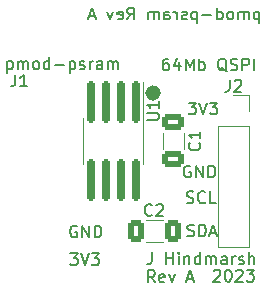
<source format=gto>
G04 #@! TF.GenerationSoftware,KiCad,Pcbnew,7.0.7*
G04 #@! TF.CreationDate,2023-09-08T00:57:33+01:00*
G04 #@! TF.ProjectId,psram-pmod,70737261-6d2d-4706-9d6f-642e6b696361,A*
G04 #@! TF.SameCoordinates,Original*
G04 #@! TF.FileFunction,Legend,Top*
G04 #@! TF.FilePolarity,Positive*
%FSLAX46Y46*%
G04 Gerber Fmt 4.6, Leading zero omitted, Abs format (unit mm)*
G04 Created by KiCad (PCBNEW 7.0.7) date 2023-09-08 00:57:33*
%MOMM*%
%LPD*%
G01*
G04 APERTURE LIST*
G04 Aperture macros list*
%AMRoundRect*
0 Rectangle with rounded corners*
0 $1 Rounding radius*
0 $2 $3 $4 $5 $6 $7 $8 $9 X,Y pos of 4 corners*
0 Add a 4 corners polygon primitive as box body*
4,1,4,$2,$3,$4,$5,$6,$7,$8,$9,$2,$3,0*
0 Add four circle primitives for the rounded corners*
1,1,$1+$1,$2,$3*
1,1,$1+$1,$4,$5*
1,1,$1+$1,$6,$7*
1,1,$1+$1,$8,$9*
0 Add four rect primitives between the rounded corners*
20,1,$1+$1,$2,$3,$4,$5,0*
20,1,$1+$1,$4,$5,$6,$7,0*
20,1,$1+$1,$6,$7,$8,$9,0*
20,1,$1+$1,$8,$9,$2,$3,0*%
G04 Aperture macros list end*
%ADD10C,0.153000*%
%ADD11C,0.640186*%
%ADD12C,0.120000*%
%ADD13O,1.700000X1.700000*%
%ADD14R,1.700000X1.700000*%
%ADD15RoundRect,0.250000X-0.650000X0.412500X-0.650000X-0.412500X0.650000X-0.412500X0.650000X0.412500X0*%
%ADD16RoundRect,0.150000X-0.150000X1.640000X-0.150000X-1.640000X0.150000X-1.640000X0.150000X1.640000X0*%
%ADD17RoundRect,0.250000X-0.412500X-0.650000X0.412500X-0.650000X0.412500X0.650000X-0.412500X0.650000X0*%
G04 APERTURE END LIST*
D10*
X85933305Y-71760683D02*
X85742829Y-71760683D01*
X85742829Y-71760683D02*
X85647591Y-71808302D01*
X85647591Y-71808302D02*
X85599972Y-71855921D01*
X85599972Y-71855921D02*
X85504734Y-71998778D01*
X85504734Y-71998778D02*
X85457115Y-72189254D01*
X85457115Y-72189254D02*
X85457115Y-72570206D01*
X85457115Y-72570206D02*
X85504734Y-72665444D01*
X85504734Y-72665444D02*
X85552353Y-72713064D01*
X85552353Y-72713064D02*
X85647591Y-72760683D01*
X85647591Y-72760683D02*
X85838067Y-72760683D01*
X85838067Y-72760683D02*
X85933305Y-72713064D01*
X85933305Y-72713064D02*
X85980924Y-72665444D01*
X85980924Y-72665444D02*
X86028543Y-72570206D01*
X86028543Y-72570206D02*
X86028543Y-72332111D01*
X86028543Y-72332111D02*
X85980924Y-72236873D01*
X85980924Y-72236873D02*
X85933305Y-72189254D01*
X85933305Y-72189254D02*
X85838067Y-72141635D01*
X85838067Y-72141635D02*
X85647591Y-72141635D01*
X85647591Y-72141635D02*
X85552353Y-72189254D01*
X85552353Y-72189254D02*
X85504734Y-72236873D01*
X85504734Y-72236873D02*
X85457115Y-72332111D01*
X86885686Y-72094016D02*
X86885686Y-72760683D01*
X86647591Y-71713064D02*
X86409496Y-72427349D01*
X86409496Y-72427349D02*
X87028543Y-72427349D01*
X87409496Y-72760683D02*
X87409496Y-71760683D01*
X87409496Y-71760683D02*
X87742829Y-72474968D01*
X87742829Y-72474968D02*
X88076162Y-71760683D01*
X88076162Y-71760683D02*
X88076162Y-72760683D01*
X88552353Y-72760683D02*
X88552353Y-71760683D01*
X88552353Y-72141635D02*
X88647591Y-72094016D01*
X88647591Y-72094016D02*
X88838067Y-72094016D01*
X88838067Y-72094016D02*
X88933305Y-72141635D01*
X88933305Y-72141635D02*
X88980924Y-72189254D01*
X88980924Y-72189254D02*
X89028543Y-72284492D01*
X89028543Y-72284492D02*
X89028543Y-72570206D01*
X89028543Y-72570206D02*
X88980924Y-72665444D01*
X88980924Y-72665444D02*
X88933305Y-72713064D01*
X88933305Y-72713064D02*
X88838067Y-72760683D01*
X88838067Y-72760683D02*
X88647591Y-72760683D01*
X88647591Y-72760683D02*
X88552353Y-72713064D01*
X90885686Y-72855921D02*
X90790448Y-72808302D01*
X90790448Y-72808302D02*
X90695210Y-72713064D01*
X90695210Y-72713064D02*
X90552353Y-72570206D01*
X90552353Y-72570206D02*
X90457115Y-72522587D01*
X90457115Y-72522587D02*
X90361877Y-72522587D01*
X90409496Y-72760683D02*
X90314258Y-72713064D01*
X90314258Y-72713064D02*
X90219020Y-72617825D01*
X90219020Y-72617825D02*
X90171401Y-72427349D01*
X90171401Y-72427349D02*
X90171401Y-72094016D01*
X90171401Y-72094016D02*
X90219020Y-71903540D01*
X90219020Y-71903540D02*
X90314258Y-71808302D01*
X90314258Y-71808302D02*
X90409496Y-71760683D01*
X90409496Y-71760683D02*
X90599972Y-71760683D01*
X90599972Y-71760683D02*
X90695210Y-71808302D01*
X90695210Y-71808302D02*
X90790448Y-71903540D01*
X90790448Y-71903540D02*
X90838067Y-72094016D01*
X90838067Y-72094016D02*
X90838067Y-72427349D01*
X90838067Y-72427349D02*
X90790448Y-72617825D01*
X90790448Y-72617825D02*
X90695210Y-72713064D01*
X90695210Y-72713064D02*
X90599972Y-72760683D01*
X90599972Y-72760683D02*
X90409496Y-72760683D01*
X91219020Y-72713064D02*
X91361877Y-72760683D01*
X91361877Y-72760683D02*
X91599972Y-72760683D01*
X91599972Y-72760683D02*
X91695210Y-72713064D01*
X91695210Y-72713064D02*
X91742829Y-72665444D01*
X91742829Y-72665444D02*
X91790448Y-72570206D01*
X91790448Y-72570206D02*
X91790448Y-72474968D01*
X91790448Y-72474968D02*
X91742829Y-72379730D01*
X91742829Y-72379730D02*
X91695210Y-72332111D01*
X91695210Y-72332111D02*
X91599972Y-72284492D01*
X91599972Y-72284492D02*
X91409496Y-72236873D01*
X91409496Y-72236873D02*
X91314258Y-72189254D01*
X91314258Y-72189254D02*
X91266639Y-72141635D01*
X91266639Y-72141635D02*
X91219020Y-72046397D01*
X91219020Y-72046397D02*
X91219020Y-71951159D01*
X91219020Y-71951159D02*
X91266639Y-71855921D01*
X91266639Y-71855921D02*
X91314258Y-71808302D01*
X91314258Y-71808302D02*
X91409496Y-71760683D01*
X91409496Y-71760683D02*
X91647591Y-71760683D01*
X91647591Y-71760683D02*
X91790448Y-71808302D01*
X92219020Y-72760683D02*
X92219020Y-71760683D01*
X92219020Y-71760683D02*
X92599972Y-71760683D01*
X92599972Y-71760683D02*
X92695210Y-71808302D01*
X92695210Y-71808302D02*
X92742829Y-71855921D01*
X92742829Y-71855921D02*
X92790448Y-71951159D01*
X92790448Y-71951159D02*
X92790448Y-72094016D01*
X92790448Y-72094016D02*
X92742829Y-72189254D01*
X92742829Y-72189254D02*
X92695210Y-72236873D01*
X92695210Y-72236873D02*
X92599972Y-72284492D01*
X92599972Y-72284492D02*
X92219020Y-72284492D01*
X93219020Y-72760683D02*
X93219020Y-71760683D01*
X84801932Y-90697932D02*
X84468599Y-90221741D01*
X84230504Y-90697932D02*
X84230504Y-89697932D01*
X84230504Y-89697932D02*
X84611456Y-89697932D01*
X84611456Y-89697932D02*
X84706694Y-89745551D01*
X84706694Y-89745551D02*
X84754313Y-89793170D01*
X84754313Y-89793170D02*
X84801932Y-89888408D01*
X84801932Y-89888408D02*
X84801932Y-90031265D01*
X84801932Y-90031265D02*
X84754313Y-90126503D01*
X84754313Y-90126503D02*
X84706694Y-90174122D01*
X84706694Y-90174122D02*
X84611456Y-90221741D01*
X84611456Y-90221741D02*
X84230504Y-90221741D01*
X85611456Y-90650313D02*
X85516218Y-90697932D01*
X85516218Y-90697932D02*
X85325742Y-90697932D01*
X85325742Y-90697932D02*
X85230504Y-90650313D01*
X85230504Y-90650313D02*
X85182885Y-90555074D01*
X85182885Y-90555074D02*
X85182885Y-90174122D01*
X85182885Y-90174122D02*
X85230504Y-90078884D01*
X85230504Y-90078884D02*
X85325742Y-90031265D01*
X85325742Y-90031265D02*
X85516218Y-90031265D01*
X85516218Y-90031265D02*
X85611456Y-90078884D01*
X85611456Y-90078884D02*
X85659075Y-90174122D01*
X85659075Y-90174122D02*
X85659075Y-90269360D01*
X85659075Y-90269360D02*
X85182885Y-90364598D01*
X85992409Y-90031265D02*
X86230504Y-90697932D01*
X86230504Y-90697932D02*
X86468599Y-90031265D01*
X87563838Y-90412217D02*
X88040028Y-90412217D01*
X87468600Y-90697932D02*
X87801933Y-89697932D01*
X87801933Y-89697932D02*
X88135266Y-90697932D01*
X89769897Y-89744161D02*
X89817516Y-89696542D01*
X89817516Y-89696542D02*
X89912754Y-89648923D01*
X89912754Y-89648923D02*
X90150849Y-89648923D01*
X90150849Y-89648923D02*
X90246087Y-89696542D01*
X90246087Y-89696542D02*
X90293706Y-89744161D01*
X90293706Y-89744161D02*
X90341325Y-89839399D01*
X90341325Y-89839399D02*
X90341325Y-89934637D01*
X90341325Y-89934637D02*
X90293706Y-90077494D01*
X90293706Y-90077494D02*
X89722278Y-90648923D01*
X89722278Y-90648923D02*
X90341325Y-90648923D01*
X90960373Y-89648923D02*
X91055611Y-89648923D01*
X91055611Y-89648923D02*
X91150849Y-89696542D01*
X91150849Y-89696542D02*
X91198468Y-89744161D01*
X91198468Y-89744161D02*
X91246087Y-89839399D01*
X91246087Y-89839399D02*
X91293706Y-90029875D01*
X91293706Y-90029875D02*
X91293706Y-90267970D01*
X91293706Y-90267970D02*
X91246087Y-90458446D01*
X91246087Y-90458446D02*
X91198468Y-90553684D01*
X91198468Y-90553684D02*
X91150849Y-90601304D01*
X91150849Y-90601304D02*
X91055611Y-90648923D01*
X91055611Y-90648923D02*
X90960373Y-90648923D01*
X90960373Y-90648923D02*
X90865135Y-90601304D01*
X90865135Y-90601304D02*
X90817516Y-90553684D01*
X90817516Y-90553684D02*
X90769897Y-90458446D01*
X90769897Y-90458446D02*
X90722278Y-90267970D01*
X90722278Y-90267970D02*
X90722278Y-90029875D01*
X90722278Y-90029875D02*
X90769897Y-89839399D01*
X90769897Y-89839399D02*
X90817516Y-89744161D01*
X90817516Y-89744161D02*
X90865135Y-89696542D01*
X90865135Y-89696542D02*
X90960373Y-89648923D01*
X91674659Y-89744161D02*
X91722278Y-89696542D01*
X91722278Y-89696542D02*
X91817516Y-89648923D01*
X91817516Y-89648923D02*
X92055611Y-89648923D01*
X92055611Y-89648923D02*
X92150849Y-89696542D01*
X92150849Y-89696542D02*
X92198468Y-89744161D01*
X92198468Y-89744161D02*
X92246087Y-89839399D01*
X92246087Y-89839399D02*
X92246087Y-89934637D01*
X92246087Y-89934637D02*
X92198468Y-90077494D01*
X92198468Y-90077494D02*
X91627040Y-90648923D01*
X91627040Y-90648923D02*
X92246087Y-90648923D01*
X92579421Y-89648923D02*
X93198468Y-89648923D01*
X93198468Y-89648923D02*
X92865135Y-90029875D01*
X92865135Y-90029875D02*
X93007992Y-90029875D01*
X93007992Y-90029875D02*
X93103230Y-90077494D01*
X93103230Y-90077494D02*
X93150849Y-90125113D01*
X93150849Y-90125113D02*
X93198468Y-90220351D01*
X93198468Y-90220351D02*
X93198468Y-90458446D01*
X93198468Y-90458446D02*
X93150849Y-90553684D01*
X93150849Y-90553684D02*
X93103230Y-90601304D01*
X93103230Y-90601304D02*
X93007992Y-90648923D01*
X93007992Y-90648923D02*
X92722278Y-90648923D01*
X92722278Y-90648923D02*
X92627040Y-90601304D01*
X92627040Y-90601304D02*
X92579421Y-90553684D01*
X84540722Y-88178657D02*
X84540722Y-88892942D01*
X84540722Y-88892942D02*
X84493103Y-89035799D01*
X84493103Y-89035799D02*
X84397865Y-89131038D01*
X84397865Y-89131038D02*
X84255008Y-89178657D01*
X84255008Y-89178657D02*
X84159770Y-89178657D01*
X85778818Y-89178657D02*
X85778818Y-88178657D01*
X85778818Y-88654847D02*
X86350246Y-88654847D01*
X86350246Y-89178657D02*
X86350246Y-88178657D01*
X86826437Y-89178657D02*
X86826437Y-88511990D01*
X86826437Y-88178657D02*
X86778818Y-88226276D01*
X86778818Y-88226276D02*
X86826437Y-88273895D01*
X86826437Y-88273895D02*
X86874056Y-88226276D01*
X86874056Y-88226276D02*
X86826437Y-88178657D01*
X86826437Y-88178657D02*
X86826437Y-88273895D01*
X87302627Y-88511990D02*
X87302627Y-89178657D01*
X87302627Y-88607228D02*
X87350246Y-88559609D01*
X87350246Y-88559609D02*
X87445484Y-88511990D01*
X87445484Y-88511990D02*
X87588341Y-88511990D01*
X87588341Y-88511990D02*
X87683579Y-88559609D01*
X87683579Y-88559609D02*
X87731198Y-88654847D01*
X87731198Y-88654847D02*
X87731198Y-89178657D01*
X88635960Y-89178657D02*
X88635960Y-88178657D01*
X88635960Y-89131038D02*
X88540722Y-89178657D01*
X88540722Y-89178657D02*
X88350246Y-89178657D01*
X88350246Y-89178657D02*
X88255008Y-89131038D01*
X88255008Y-89131038D02*
X88207389Y-89083418D01*
X88207389Y-89083418D02*
X88159770Y-88988180D01*
X88159770Y-88988180D02*
X88159770Y-88702466D01*
X88159770Y-88702466D02*
X88207389Y-88607228D01*
X88207389Y-88607228D02*
X88255008Y-88559609D01*
X88255008Y-88559609D02*
X88350246Y-88511990D01*
X88350246Y-88511990D02*
X88540722Y-88511990D01*
X88540722Y-88511990D02*
X88635960Y-88559609D01*
X89112151Y-89178657D02*
X89112151Y-88511990D01*
X89112151Y-88607228D02*
X89159770Y-88559609D01*
X89159770Y-88559609D02*
X89255008Y-88511990D01*
X89255008Y-88511990D02*
X89397865Y-88511990D01*
X89397865Y-88511990D02*
X89493103Y-88559609D01*
X89493103Y-88559609D02*
X89540722Y-88654847D01*
X89540722Y-88654847D02*
X89540722Y-89178657D01*
X89540722Y-88654847D02*
X89588341Y-88559609D01*
X89588341Y-88559609D02*
X89683579Y-88511990D01*
X89683579Y-88511990D02*
X89826436Y-88511990D01*
X89826436Y-88511990D02*
X89921675Y-88559609D01*
X89921675Y-88559609D02*
X89969294Y-88654847D01*
X89969294Y-88654847D02*
X89969294Y-89178657D01*
X90874055Y-89178657D02*
X90874055Y-88654847D01*
X90874055Y-88654847D02*
X90826436Y-88559609D01*
X90826436Y-88559609D02*
X90731198Y-88511990D01*
X90731198Y-88511990D02*
X90540722Y-88511990D01*
X90540722Y-88511990D02*
X90445484Y-88559609D01*
X90874055Y-89131038D02*
X90778817Y-89178657D01*
X90778817Y-89178657D02*
X90540722Y-89178657D01*
X90540722Y-89178657D02*
X90445484Y-89131038D01*
X90445484Y-89131038D02*
X90397865Y-89035799D01*
X90397865Y-89035799D02*
X90397865Y-88940561D01*
X90397865Y-88940561D02*
X90445484Y-88845323D01*
X90445484Y-88845323D02*
X90540722Y-88797704D01*
X90540722Y-88797704D02*
X90778817Y-88797704D01*
X90778817Y-88797704D02*
X90874055Y-88750085D01*
X91350246Y-89178657D02*
X91350246Y-88511990D01*
X91350246Y-88702466D02*
X91397865Y-88607228D01*
X91397865Y-88607228D02*
X91445484Y-88559609D01*
X91445484Y-88559609D02*
X91540722Y-88511990D01*
X91540722Y-88511990D02*
X91635960Y-88511990D01*
X91921675Y-89131038D02*
X92016913Y-89178657D01*
X92016913Y-89178657D02*
X92207389Y-89178657D01*
X92207389Y-89178657D02*
X92302627Y-89131038D01*
X92302627Y-89131038D02*
X92350246Y-89035799D01*
X92350246Y-89035799D02*
X92350246Y-88988180D01*
X92350246Y-88988180D02*
X92302627Y-88892942D01*
X92302627Y-88892942D02*
X92207389Y-88845323D01*
X92207389Y-88845323D02*
X92064532Y-88845323D01*
X92064532Y-88845323D02*
X91969294Y-88797704D01*
X91969294Y-88797704D02*
X91921675Y-88702466D01*
X91921675Y-88702466D02*
X91921675Y-88654847D01*
X91921675Y-88654847D02*
X91969294Y-88559609D01*
X91969294Y-88559609D02*
X92064532Y-88511990D01*
X92064532Y-88511990D02*
X92207389Y-88511990D01*
X92207389Y-88511990D02*
X92302627Y-88559609D01*
X92778818Y-89178657D02*
X92778818Y-88178657D01*
X93207389Y-89178657D02*
X93207389Y-88654847D01*
X93207389Y-88654847D02*
X93159770Y-88559609D01*
X93159770Y-88559609D02*
X93064532Y-88511990D01*
X93064532Y-88511990D02*
X92921675Y-88511990D01*
X92921675Y-88511990D02*
X92826437Y-88559609D01*
X92826437Y-88559609D02*
X92778818Y-88607228D01*
D11*
X84971482Y-74679844D02*
G75*
G03*
X84971482Y-74679844I-320093J0D01*
G01*
D10*
X87663905Y-75485357D02*
X88282952Y-75485357D01*
X88282952Y-75485357D02*
X87949619Y-75866309D01*
X87949619Y-75866309D02*
X88092476Y-75866309D01*
X88092476Y-75866309D02*
X88187714Y-75913928D01*
X88187714Y-75913928D02*
X88235333Y-75961547D01*
X88235333Y-75961547D02*
X88282952Y-76056785D01*
X88282952Y-76056785D02*
X88282952Y-76294880D01*
X88282952Y-76294880D02*
X88235333Y-76390118D01*
X88235333Y-76390118D02*
X88187714Y-76437738D01*
X88187714Y-76437738D02*
X88092476Y-76485357D01*
X88092476Y-76485357D02*
X87806762Y-76485357D01*
X87806762Y-76485357D02*
X87711524Y-76437738D01*
X87711524Y-76437738D02*
X87663905Y-76390118D01*
X88568667Y-75485357D02*
X88902000Y-76485357D01*
X88902000Y-76485357D02*
X89235333Y-75485357D01*
X89473429Y-75485357D02*
X90092476Y-75485357D01*
X90092476Y-75485357D02*
X89759143Y-75866309D01*
X89759143Y-75866309D02*
X89902000Y-75866309D01*
X89902000Y-75866309D02*
X89997238Y-75913928D01*
X89997238Y-75913928D02*
X90044857Y-75961547D01*
X90044857Y-75961547D02*
X90092476Y-76056785D01*
X90092476Y-76056785D02*
X90092476Y-76294880D01*
X90092476Y-76294880D02*
X90044857Y-76390118D01*
X90044857Y-76390118D02*
X89997238Y-76437738D01*
X89997238Y-76437738D02*
X89902000Y-76485357D01*
X89902000Y-76485357D02*
X89616286Y-76485357D01*
X89616286Y-76485357D02*
X89521048Y-76437738D01*
X89521048Y-76437738D02*
X89473429Y-76390118D01*
X87817367Y-80874944D02*
X87722129Y-80827325D01*
X87722129Y-80827325D02*
X87579272Y-80827325D01*
X87579272Y-80827325D02*
X87436415Y-80874944D01*
X87436415Y-80874944D02*
X87341177Y-80970182D01*
X87341177Y-80970182D02*
X87293558Y-81065420D01*
X87293558Y-81065420D02*
X87245939Y-81255896D01*
X87245939Y-81255896D02*
X87245939Y-81398753D01*
X87245939Y-81398753D02*
X87293558Y-81589229D01*
X87293558Y-81589229D02*
X87341177Y-81684467D01*
X87341177Y-81684467D02*
X87436415Y-81779706D01*
X87436415Y-81779706D02*
X87579272Y-81827325D01*
X87579272Y-81827325D02*
X87674510Y-81827325D01*
X87674510Y-81827325D02*
X87817367Y-81779706D01*
X87817367Y-81779706D02*
X87864986Y-81732086D01*
X87864986Y-81732086D02*
X87864986Y-81398753D01*
X87864986Y-81398753D02*
X87674510Y-81398753D01*
X88293558Y-81827325D02*
X88293558Y-80827325D01*
X88293558Y-80827325D02*
X88864986Y-81827325D01*
X88864986Y-81827325D02*
X88864986Y-80827325D01*
X89341177Y-81827325D02*
X89341177Y-80827325D01*
X89341177Y-80827325D02*
X89579272Y-80827325D01*
X89579272Y-80827325D02*
X89722129Y-80874944D01*
X89722129Y-80874944D02*
X89817367Y-80970182D01*
X89817367Y-80970182D02*
X89864986Y-81065420D01*
X89864986Y-81065420D02*
X89912605Y-81255896D01*
X89912605Y-81255896D02*
X89912605Y-81398753D01*
X89912605Y-81398753D02*
X89864986Y-81589229D01*
X89864986Y-81589229D02*
X89817367Y-81684467D01*
X89817367Y-81684467D02*
X89722129Y-81779706D01*
X89722129Y-81779706D02*
X89579272Y-81827325D01*
X89579272Y-81827325D02*
X89341177Y-81827325D01*
X87564497Y-86778612D02*
X87707354Y-86826231D01*
X87707354Y-86826231D02*
X87945449Y-86826231D01*
X87945449Y-86826231D02*
X88040687Y-86778612D01*
X88040687Y-86778612D02*
X88088306Y-86730992D01*
X88088306Y-86730992D02*
X88135925Y-86635754D01*
X88135925Y-86635754D02*
X88135925Y-86540516D01*
X88135925Y-86540516D02*
X88088306Y-86445278D01*
X88088306Y-86445278D02*
X88040687Y-86397659D01*
X88040687Y-86397659D02*
X87945449Y-86350040D01*
X87945449Y-86350040D02*
X87754973Y-86302421D01*
X87754973Y-86302421D02*
X87659735Y-86254802D01*
X87659735Y-86254802D02*
X87612116Y-86207183D01*
X87612116Y-86207183D02*
X87564497Y-86111945D01*
X87564497Y-86111945D02*
X87564497Y-86016707D01*
X87564497Y-86016707D02*
X87612116Y-85921469D01*
X87612116Y-85921469D02*
X87659735Y-85873850D01*
X87659735Y-85873850D02*
X87754973Y-85826231D01*
X87754973Y-85826231D02*
X87993068Y-85826231D01*
X87993068Y-85826231D02*
X88135925Y-85873850D01*
X88564497Y-86826231D02*
X88564497Y-85826231D01*
X88564497Y-85826231D02*
X88802592Y-85826231D01*
X88802592Y-85826231D02*
X88945449Y-85873850D01*
X88945449Y-85873850D02*
X89040687Y-85969088D01*
X89040687Y-85969088D02*
X89088306Y-86064326D01*
X89088306Y-86064326D02*
X89135925Y-86254802D01*
X89135925Y-86254802D02*
X89135925Y-86397659D01*
X89135925Y-86397659D02*
X89088306Y-86588135D01*
X89088306Y-86588135D02*
X89040687Y-86683373D01*
X89040687Y-86683373D02*
X88945449Y-86778612D01*
X88945449Y-86778612D02*
X88802592Y-86826231D01*
X88802592Y-86826231D02*
X88564497Y-86826231D01*
X89516878Y-86540516D02*
X89993068Y-86540516D01*
X89421640Y-86826231D02*
X89754973Y-85826231D01*
X89754973Y-85826231D02*
X90088306Y-86826231D01*
X87490984Y-83960601D02*
X87633841Y-84008220D01*
X87633841Y-84008220D02*
X87871936Y-84008220D01*
X87871936Y-84008220D02*
X87967174Y-83960601D01*
X87967174Y-83960601D02*
X88014793Y-83912981D01*
X88014793Y-83912981D02*
X88062412Y-83817743D01*
X88062412Y-83817743D02*
X88062412Y-83722505D01*
X88062412Y-83722505D02*
X88014793Y-83627267D01*
X88014793Y-83627267D02*
X87967174Y-83579648D01*
X87967174Y-83579648D02*
X87871936Y-83532029D01*
X87871936Y-83532029D02*
X87681460Y-83484410D01*
X87681460Y-83484410D02*
X87586222Y-83436791D01*
X87586222Y-83436791D02*
X87538603Y-83389172D01*
X87538603Y-83389172D02*
X87490984Y-83293934D01*
X87490984Y-83293934D02*
X87490984Y-83198696D01*
X87490984Y-83198696D02*
X87538603Y-83103458D01*
X87538603Y-83103458D02*
X87586222Y-83055839D01*
X87586222Y-83055839D02*
X87681460Y-83008220D01*
X87681460Y-83008220D02*
X87919555Y-83008220D01*
X87919555Y-83008220D02*
X88062412Y-83055839D01*
X89062412Y-83912981D02*
X89014793Y-83960601D01*
X89014793Y-83960601D02*
X88871936Y-84008220D01*
X88871936Y-84008220D02*
X88776698Y-84008220D01*
X88776698Y-84008220D02*
X88633841Y-83960601D01*
X88633841Y-83960601D02*
X88538603Y-83865362D01*
X88538603Y-83865362D02*
X88490984Y-83770124D01*
X88490984Y-83770124D02*
X88443365Y-83579648D01*
X88443365Y-83579648D02*
X88443365Y-83436791D01*
X88443365Y-83436791D02*
X88490984Y-83246315D01*
X88490984Y-83246315D02*
X88538603Y-83151077D01*
X88538603Y-83151077D02*
X88633841Y-83055839D01*
X88633841Y-83055839D02*
X88776698Y-83008220D01*
X88776698Y-83008220D02*
X88871936Y-83008220D01*
X88871936Y-83008220D02*
X89014793Y-83055839D01*
X89014793Y-83055839D02*
X89062412Y-83103458D01*
X89967174Y-84008220D02*
X89490984Y-84008220D01*
X89490984Y-84008220D02*
X89490984Y-83008220D01*
X77641589Y-88252170D02*
X78260636Y-88252170D01*
X78260636Y-88252170D02*
X77927303Y-88633122D01*
X77927303Y-88633122D02*
X78070160Y-88633122D01*
X78070160Y-88633122D02*
X78165398Y-88680741D01*
X78165398Y-88680741D02*
X78213017Y-88728360D01*
X78213017Y-88728360D02*
X78260636Y-88823598D01*
X78260636Y-88823598D02*
X78260636Y-89061693D01*
X78260636Y-89061693D02*
X78213017Y-89156931D01*
X78213017Y-89156931D02*
X78165398Y-89204551D01*
X78165398Y-89204551D02*
X78070160Y-89252170D01*
X78070160Y-89252170D02*
X77784446Y-89252170D01*
X77784446Y-89252170D02*
X77689208Y-89204551D01*
X77689208Y-89204551D02*
X77641589Y-89156931D01*
X78546351Y-88252170D02*
X78879684Y-89252170D01*
X78879684Y-89252170D02*
X79213017Y-88252170D01*
X79451113Y-88252170D02*
X80070160Y-88252170D01*
X80070160Y-88252170D02*
X79736827Y-88633122D01*
X79736827Y-88633122D02*
X79879684Y-88633122D01*
X79879684Y-88633122D02*
X79974922Y-88680741D01*
X79974922Y-88680741D02*
X80022541Y-88728360D01*
X80022541Y-88728360D02*
X80070160Y-88823598D01*
X80070160Y-88823598D02*
X80070160Y-89061693D01*
X80070160Y-89061693D02*
X80022541Y-89156931D01*
X80022541Y-89156931D02*
X79974922Y-89204551D01*
X79974922Y-89204551D02*
X79879684Y-89252170D01*
X79879684Y-89252170D02*
X79593970Y-89252170D01*
X79593970Y-89252170D02*
X79498732Y-89204551D01*
X79498732Y-89204551D02*
X79451113Y-89156931D01*
X78187123Y-85947363D02*
X78091885Y-85899744D01*
X78091885Y-85899744D02*
X77949028Y-85899744D01*
X77949028Y-85899744D02*
X77806171Y-85947363D01*
X77806171Y-85947363D02*
X77710933Y-86042601D01*
X77710933Y-86042601D02*
X77663314Y-86137839D01*
X77663314Y-86137839D02*
X77615695Y-86328315D01*
X77615695Y-86328315D02*
X77615695Y-86471172D01*
X77615695Y-86471172D02*
X77663314Y-86661648D01*
X77663314Y-86661648D02*
X77710933Y-86756886D01*
X77710933Y-86756886D02*
X77806171Y-86852125D01*
X77806171Y-86852125D02*
X77949028Y-86899744D01*
X77949028Y-86899744D02*
X78044266Y-86899744D01*
X78044266Y-86899744D02*
X78187123Y-86852125D01*
X78187123Y-86852125D02*
X78234742Y-86804505D01*
X78234742Y-86804505D02*
X78234742Y-86471172D01*
X78234742Y-86471172D02*
X78044266Y-86471172D01*
X78663314Y-86899744D02*
X78663314Y-85899744D01*
X78663314Y-85899744D02*
X79234742Y-86899744D01*
X79234742Y-86899744D02*
X79234742Y-85899744D01*
X79710933Y-86899744D02*
X79710933Y-85899744D01*
X79710933Y-85899744D02*
X79949028Y-85899744D01*
X79949028Y-85899744D02*
X80091885Y-85947363D01*
X80091885Y-85947363D02*
X80187123Y-86042601D01*
X80187123Y-86042601D02*
X80234742Y-86137839D01*
X80234742Y-86137839D02*
X80282361Y-86328315D01*
X80282361Y-86328315D02*
X80282361Y-86471172D01*
X80282361Y-86471172D02*
X80234742Y-86661648D01*
X80234742Y-86661648D02*
X80187123Y-86756886D01*
X80187123Y-86756886D02*
X80091885Y-86852125D01*
X80091885Y-86852125D02*
X79949028Y-86899744D01*
X79949028Y-86899744D02*
X79710933Y-86899744D01*
X72305303Y-71988417D02*
X72305303Y-72988417D01*
X72305303Y-72036036D02*
X72400541Y-71988417D01*
X72400541Y-71988417D02*
X72591017Y-71988417D01*
X72591017Y-71988417D02*
X72686255Y-72036036D01*
X72686255Y-72036036D02*
X72733874Y-72083655D01*
X72733874Y-72083655D02*
X72781493Y-72178893D01*
X72781493Y-72178893D02*
X72781493Y-72464607D01*
X72781493Y-72464607D02*
X72733874Y-72559845D01*
X72733874Y-72559845D02*
X72686255Y-72607465D01*
X72686255Y-72607465D02*
X72591017Y-72655084D01*
X72591017Y-72655084D02*
X72400541Y-72655084D01*
X72400541Y-72655084D02*
X72305303Y-72607465D01*
X73210065Y-72655084D02*
X73210065Y-71988417D01*
X73210065Y-72083655D02*
X73257684Y-72036036D01*
X73257684Y-72036036D02*
X73352922Y-71988417D01*
X73352922Y-71988417D02*
X73495779Y-71988417D01*
X73495779Y-71988417D02*
X73591017Y-72036036D01*
X73591017Y-72036036D02*
X73638636Y-72131274D01*
X73638636Y-72131274D02*
X73638636Y-72655084D01*
X73638636Y-72131274D02*
X73686255Y-72036036D01*
X73686255Y-72036036D02*
X73781493Y-71988417D01*
X73781493Y-71988417D02*
X73924350Y-71988417D01*
X73924350Y-71988417D02*
X74019589Y-72036036D01*
X74019589Y-72036036D02*
X74067208Y-72131274D01*
X74067208Y-72131274D02*
X74067208Y-72655084D01*
X74686255Y-72655084D02*
X74591017Y-72607465D01*
X74591017Y-72607465D02*
X74543398Y-72559845D01*
X74543398Y-72559845D02*
X74495779Y-72464607D01*
X74495779Y-72464607D02*
X74495779Y-72178893D01*
X74495779Y-72178893D02*
X74543398Y-72083655D01*
X74543398Y-72083655D02*
X74591017Y-72036036D01*
X74591017Y-72036036D02*
X74686255Y-71988417D01*
X74686255Y-71988417D02*
X74829112Y-71988417D01*
X74829112Y-71988417D02*
X74924350Y-72036036D01*
X74924350Y-72036036D02*
X74971969Y-72083655D01*
X74971969Y-72083655D02*
X75019588Y-72178893D01*
X75019588Y-72178893D02*
X75019588Y-72464607D01*
X75019588Y-72464607D02*
X74971969Y-72559845D01*
X74971969Y-72559845D02*
X74924350Y-72607465D01*
X74924350Y-72607465D02*
X74829112Y-72655084D01*
X74829112Y-72655084D02*
X74686255Y-72655084D01*
X75876731Y-72655084D02*
X75876731Y-71655084D01*
X75876731Y-72607465D02*
X75781493Y-72655084D01*
X75781493Y-72655084D02*
X75591017Y-72655084D01*
X75591017Y-72655084D02*
X75495779Y-72607465D01*
X75495779Y-72607465D02*
X75448160Y-72559845D01*
X75448160Y-72559845D02*
X75400541Y-72464607D01*
X75400541Y-72464607D02*
X75400541Y-72178893D01*
X75400541Y-72178893D02*
X75448160Y-72083655D01*
X75448160Y-72083655D02*
X75495779Y-72036036D01*
X75495779Y-72036036D02*
X75591017Y-71988417D01*
X75591017Y-71988417D02*
X75781493Y-71988417D01*
X75781493Y-71988417D02*
X75876731Y-72036036D01*
X76352922Y-72274131D02*
X77114827Y-72274131D01*
X77591017Y-71988417D02*
X77591017Y-72988417D01*
X77591017Y-72036036D02*
X77686255Y-71988417D01*
X77686255Y-71988417D02*
X77876731Y-71988417D01*
X77876731Y-71988417D02*
X77971969Y-72036036D01*
X77971969Y-72036036D02*
X78019588Y-72083655D01*
X78019588Y-72083655D02*
X78067207Y-72178893D01*
X78067207Y-72178893D02*
X78067207Y-72464607D01*
X78067207Y-72464607D02*
X78019588Y-72559845D01*
X78019588Y-72559845D02*
X77971969Y-72607465D01*
X77971969Y-72607465D02*
X77876731Y-72655084D01*
X77876731Y-72655084D02*
X77686255Y-72655084D01*
X77686255Y-72655084D02*
X77591017Y-72607465D01*
X78448160Y-72607465D02*
X78543398Y-72655084D01*
X78543398Y-72655084D02*
X78733874Y-72655084D01*
X78733874Y-72655084D02*
X78829112Y-72607465D01*
X78829112Y-72607465D02*
X78876731Y-72512226D01*
X78876731Y-72512226D02*
X78876731Y-72464607D01*
X78876731Y-72464607D02*
X78829112Y-72369369D01*
X78829112Y-72369369D02*
X78733874Y-72321750D01*
X78733874Y-72321750D02*
X78591017Y-72321750D01*
X78591017Y-72321750D02*
X78495779Y-72274131D01*
X78495779Y-72274131D02*
X78448160Y-72178893D01*
X78448160Y-72178893D02*
X78448160Y-72131274D01*
X78448160Y-72131274D02*
X78495779Y-72036036D01*
X78495779Y-72036036D02*
X78591017Y-71988417D01*
X78591017Y-71988417D02*
X78733874Y-71988417D01*
X78733874Y-71988417D02*
X78829112Y-72036036D01*
X79305303Y-72655084D02*
X79305303Y-71988417D01*
X79305303Y-72178893D02*
X79352922Y-72083655D01*
X79352922Y-72083655D02*
X79400541Y-72036036D01*
X79400541Y-72036036D02*
X79495779Y-71988417D01*
X79495779Y-71988417D02*
X79591017Y-71988417D01*
X80352922Y-72655084D02*
X80352922Y-72131274D01*
X80352922Y-72131274D02*
X80305303Y-72036036D01*
X80305303Y-72036036D02*
X80210065Y-71988417D01*
X80210065Y-71988417D02*
X80019589Y-71988417D01*
X80019589Y-71988417D02*
X79924351Y-72036036D01*
X80352922Y-72607465D02*
X80257684Y-72655084D01*
X80257684Y-72655084D02*
X80019589Y-72655084D01*
X80019589Y-72655084D02*
X79924351Y-72607465D01*
X79924351Y-72607465D02*
X79876732Y-72512226D01*
X79876732Y-72512226D02*
X79876732Y-72416988D01*
X79876732Y-72416988D02*
X79924351Y-72321750D01*
X79924351Y-72321750D02*
X80019589Y-72274131D01*
X80019589Y-72274131D02*
X80257684Y-72274131D01*
X80257684Y-72274131D02*
X80352922Y-72226512D01*
X80829113Y-72655084D02*
X80829113Y-71988417D01*
X80829113Y-72083655D02*
X80876732Y-72036036D01*
X80876732Y-72036036D02*
X80971970Y-71988417D01*
X80971970Y-71988417D02*
X81114827Y-71988417D01*
X81114827Y-71988417D02*
X81210065Y-72036036D01*
X81210065Y-72036036D02*
X81257684Y-72131274D01*
X81257684Y-72131274D02*
X81257684Y-72655084D01*
X81257684Y-72131274D02*
X81305303Y-72036036D01*
X81305303Y-72036036D02*
X81400541Y-71988417D01*
X81400541Y-71988417D02*
X81543398Y-71988417D01*
X81543398Y-71988417D02*
X81638637Y-72036036D01*
X81638637Y-72036036D02*
X81686256Y-72131274D01*
X81686256Y-72131274D02*
X81686256Y-72655084D01*
X93641247Y-67782996D02*
X93641247Y-68782996D01*
X93641247Y-67830615D02*
X93546009Y-67782996D01*
X93546009Y-67782996D02*
X93355533Y-67782996D01*
X93355533Y-67782996D02*
X93260295Y-67830615D01*
X93260295Y-67830615D02*
X93212676Y-67878234D01*
X93212676Y-67878234D02*
X93165057Y-67973472D01*
X93165057Y-67973472D02*
X93165057Y-68259186D01*
X93165057Y-68259186D02*
X93212676Y-68354424D01*
X93212676Y-68354424D02*
X93260295Y-68402044D01*
X93260295Y-68402044D02*
X93355533Y-68449663D01*
X93355533Y-68449663D02*
X93546009Y-68449663D01*
X93546009Y-68449663D02*
X93641247Y-68402044D01*
X92736485Y-68449663D02*
X92736485Y-67782996D01*
X92736485Y-67878234D02*
X92688866Y-67830615D01*
X92688866Y-67830615D02*
X92593628Y-67782996D01*
X92593628Y-67782996D02*
X92450771Y-67782996D01*
X92450771Y-67782996D02*
X92355533Y-67830615D01*
X92355533Y-67830615D02*
X92307914Y-67925853D01*
X92307914Y-67925853D02*
X92307914Y-68449663D01*
X92307914Y-67925853D02*
X92260295Y-67830615D01*
X92260295Y-67830615D02*
X92165057Y-67782996D01*
X92165057Y-67782996D02*
X92022200Y-67782996D01*
X92022200Y-67782996D02*
X91926961Y-67830615D01*
X91926961Y-67830615D02*
X91879342Y-67925853D01*
X91879342Y-67925853D02*
X91879342Y-68449663D01*
X91260295Y-68449663D02*
X91355533Y-68402044D01*
X91355533Y-68402044D02*
X91403152Y-68354424D01*
X91403152Y-68354424D02*
X91450771Y-68259186D01*
X91450771Y-68259186D02*
X91450771Y-67973472D01*
X91450771Y-67973472D02*
X91403152Y-67878234D01*
X91403152Y-67878234D02*
X91355533Y-67830615D01*
X91355533Y-67830615D02*
X91260295Y-67782996D01*
X91260295Y-67782996D02*
X91117438Y-67782996D01*
X91117438Y-67782996D02*
X91022200Y-67830615D01*
X91022200Y-67830615D02*
X90974581Y-67878234D01*
X90974581Y-67878234D02*
X90926962Y-67973472D01*
X90926962Y-67973472D02*
X90926962Y-68259186D01*
X90926962Y-68259186D02*
X90974581Y-68354424D01*
X90974581Y-68354424D02*
X91022200Y-68402044D01*
X91022200Y-68402044D02*
X91117438Y-68449663D01*
X91117438Y-68449663D02*
X91260295Y-68449663D01*
X90069819Y-68449663D02*
X90069819Y-67449663D01*
X90069819Y-68402044D02*
X90165057Y-68449663D01*
X90165057Y-68449663D02*
X90355533Y-68449663D01*
X90355533Y-68449663D02*
X90450771Y-68402044D01*
X90450771Y-68402044D02*
X90498390Y-68354424D01*
X90498390Y-68354424D02*
X90546009Y-68259186D01*
X90546009Y-68259186D02*
X90546009Y-67973472D01*
X90546009Y-67973472D02*
X90498390Y-67878234D01*
X90498390Y-67878234D02*
X90450771Y-67830615D01*
X90450771Y-67830615D02*
X90355533Y-67782996D01*
X90355533Y-67782996D02*
X90165057Y-67782996D01*
X90165057Y-67782996D02*
X90069819Y-67830615D01*
X89593628Y-68068710D02*
X88831724Y-68068710D01*
X88355533Y-67782996D02*
X88355533Y-68782996D01*
X88355533Y-67830615D02*
X88260295Y-67782996D01*
X88260295Y-67782996D02*
X88069819Y-67782996D01*
X88069819Y-67782996D02*
X87974581Y-67830615D01*
X87974581Y-67830615D02*
X87926962Y-67878234D01*
X87926962Y-67878234D02*
X87879343Y-67973472D01*
X87879343Y-67973472D02*
X87879343Y-68259186D01*
X87879343Y-68259186D02*
X87926962Y-68354424D01*
X87926962Y-68354424D02*
X87974581Y-68402044D01*
X87974581Y-68402044D02*
X88069819Y-68449663D01*
X88069819Y-68449663D02*
X88260295Y-68449663D01*
X88260295Y-68449663D02*
X88355533Y-68402044D01*
X87498390Y-68402044D02*
X87403152Y-68449663D01*
X87403152Y-68449663D02*
X87212676Y-68449663D01*
X87212676Y-68449663D02*
X87117438Y-68402044D01*
X87117438Y-68402044D02*
X87069819Y-68306805D01*
X87069819Y-68306805D02*
X87069819Y-68259186D01*
X87069819Y-68259186D02*
X87117438Y-68163948D01*
X87117438Y-68163948D02*
X87212676Y-68116329D01*
X87212676Y-68116329D02*
X87355533Y-68116329D01*
X87355533Y-68116329D02*
X87450771Y-68068710D01*
X87450771Y-68068710D02*
X87498390Y-67973472D01*
X87498390Y-67973472D02*
X87498390Y-67925853D01*
X87498390Y-67925853D02*
X87450771Y-67830615D01*
X87450771Y-67830615D02*
X87355533Y-67782996D01*
X87355533Y-67782996D02*
X87212676Y-67782996D01*
X87212676Y-67782996D02*
X87117438Y-67830615D01*
X86641247Y-68449663D02*
X86641247Y-67782996D01*
X86641247Y-67973472D02*
X86593628Y-67878234D01*
X86593628Y-67878234D02*
X86546009Y-67830615D01*
X86546009Y-67830615D02*
X86450771Y-67782996D01*
X86450771Y-67782996D02*
X86355533Y-67782996D01*
X85593628Y-68449663D02*
X85593628Y-67925853D01*
X85593628Y-67925853D02*
X85641247Y-67830615D01*
X85641247Y-67830615D02*
X85736485Y-67782996D01*
X85736485Y-67782996D02*
X85926961Y-67782996D01*
X85926961Y-67782996D02*
X86022199Y-67830615D01*
X85593628Y-68402044D02*
X85688866Y-68449663D01*
X85688866Y-68449663D02*
X85926961Y-68449663D01*
X85926961Y-68449663D02*
X86022199Y-68402044D01*
X86022199Y-68402044D02*
X86069818Y-68306805D01*
X86069818Y-68306805D02*
X86069818Y-68211567D01*
X86069818Y-68211567D02*
X86022199Y-68116329D01*
X86022199Y-68116329D02*
X85926961Y-68068710D01*
X85926961Y-68068710D02*
X85688866Y-68068710D01*
X85688866Y-68068710D02*
X85593628Y-68021091D01*
X85117437Y-68449663D02*
X85117437Y-67782996D01*
X85117437Y-67878234D02*
X85069818Y-67830615D01*
X85069818Y-67830615D02*
X84974580Y-67782996D01*
X84974580Y-67782996D02*
X84831723Y-67782996D01*
X84831723Y-67782996D02*
X84736485Y-67830615D01*
X84736485Y-67830615D02*
X84688866Y-67925853D01*
X84688866Y-67925853D02*
X84688866Y-68449663D01*
X84688866Y-67925853D02*
X84641247Y-67830615D01*
X84641247Y-67830615D02*
X84546009Y-67782996D01*
X84546009Y-67782996D02*
X84403152Y-67782996D01*
X84403152Y-67782996D02*
X84307913Y-67830615D01*
X84307913Y-67830615D02*
X84260294Y-67925853D01*
X84260294Y-67925853D02*
X84260294Y-68449663D01*
X82450771Y-68449663D02*
X82784104Y-67973472D01*
X83022199Y-68449663D02*
X83022199Y-67449663D01*
X83022199Y-67449663D02*
X82641247Y-67449663D01*
X82641247Y-67449663D02*
X82546009Y-67497282D01*
X82546009Y-67497282D02*
X82498390Y-67544901D01*
X82498390Y-67544901D02*
X82450771Y-67640139D01*
X82450771Y-67640139D02*
X82450771Y-67782996D01*
X82450771Y-67782996D02*
X82498390Y-67878234D01*
X82498390Y-67878234D02*
X82546009Y-67925853D01*
X82546009Y-67925853D02*
X82641247Y-67973472D01*
X82641247Y-67973472D02*
X83022199Y-67973472D01*
X81641247Y-68402044D02*
X81736485Y-68449663D01*
X81736485Y-68449663D02*
X81926961Y-68449663D01*
X81926961Y-68449663D02*
X82022199Y-68402044D01*
X82022199Y-68402044D02*
X82069818Y-68306805D01*
X82069818Y-68306805D02*
X82069818Y-67925853D01*
X82069818Y-67925853D02*
X82022199Y-67830615D01*
X82022199Y-67830615D02*
X81926961Y-67782996D01*
X81926961Y-67782996D02*
X81736485Y-67782996D01*
X81736485Y-67782996D02*
X81641247Y-67830615D01*
X81641247Y-67830615D02*
X81593628Y-67925853D01*
X81593628Y-67925853D02*
X81593628Y-68021091D01*
X81593628Y-68021091D02*
X82069818Y-68116329D01*
X81260294Y-67782996D02*
X81022199Y-68449663D01*
X81022199Y-68449663D02*
X80784104Y-67782996D01*
X79688865Y-68163948D02*
X79212675Y-68163948D01*
X79784103Y-68449663D02*
X79450770Y-67449663D01*
X79450770Y-67449663D02*
X79117437Y-68449663D01*
X72976666Y-73114663D02*
X72976666Y-73828948D01*
X72976666Y-73828948D02*
X72929047Y-73971805D01*
X72929047Y-73971805D02*
X72833809Y-74067044D01*
X72833809Y-74067044D02*
X72690952Y-74114663D01*
X72690952Y-74114663D02*
X72595714Y-74114663D01*
X73976666Y-74114663D02*
X73405238Y-74114663D01*
X73690952Y-74114663D02*
X73690952Y-73114663D01*
X73690952Y-73114663D02*
X73595714Y-73257520D01*
X73595714Y-73257520D02*
X73500476Y-73352758D01*
X73500476Y-73352758D02*
X73405238Y-73400377D01*
X88569424Y-78906666D02*
X88617044Y-78954285D01*
X88617044Y-78954285D02*
X88664663Y-79097142D01*
X88664663Y-79097142D02*
X88664663Y-79192380D01*
X88664663Y-79192380D02*
X88617044Y-79335237D01*
X88617044Y-79335237D02*
X88521805Y-79430475D01*
X88521805Y-79430475D02*
X88426567Y-79478094D01*
X88426567Y-79478094D02*
X88236091Y-79525713D01*
X88236091Y-79525713D02*
X88093234Y-79525713D01*
X88093234Y-79525713D02*
X87902758Y-79478094D01*
X87902758Y-79478094D02*
X87807520Y-79430475D01*
X87807520Y-79430475D02*
X87712282Y-79335237D01*
X87712282Y-79335237D02*
X87664663Y-79192380D01*
X87664663Y-79192380D02*
X87664663Y-79097142D01*
X87664663Y-79097142D02*
X87712282Y-78954285D01*
X87712282Y-78954285D02*
X87759901Y-78906666D01*
X88664663Y-77954285D02*
X88664663Y-78525713D01*
X88664663Y-78239999D02*
X87664663Y-78239999D01*
X87664663Y-78239999D02*
X87807520Y-78335237D01*
X87807520Y-78335237D02*
X87902758Y-78430475D01*
X87902758Y-78430475D02*
X87950377Y-78525713D01*
X84134663Y-76961904D02*
X84944186Y-76961904D01*
X84944186Y-76961904D02*
X85039424Y-76914285D01*
X85039424Y-76914285D02*
X85087044Y-76866666D01*
X85087044Y-76866666D02*
X85134663Y-76771428D01*
X85134663Y-76771428D02*
X85134663Y-76580952D01*
X85134663Y-76580952D02*
X85087044Y-76485714D01*
X85087044Y-76485714D02*
X85039424Y-76438095D01*
X85039424Y-76438095D02*
X84944186Y-76390476D01*
X84944186Y-76390476D02*
X84134663Y-76390476D01*
X85134663Y-75390476D02*
X85134663Y-75961904D01*
X85134663Y-75676190D02*
X84134663Y-75676190D01*
X84134663Y-75676190D02*
X84277520Y-75771428D01*
X84277520Y-75771428D02*
X84372758Y-75866666D01*
X84372758Y-75866666D02*
X84420377Y-75961904D01*
X84546180Y-84988070D02*
X84498561Y-85035690D01*
X84498561Y-85035690D02*
X84355704Y-85083309D01*
X84355704Y-85083309D02*
X84260466Y-85083309D01*
X84260466Y-85083309D02*
X84117609Y-85035690D01*
X84117609Y-85035690D02*
X84022371Y-84940451D01*
X84022371Y-84940451D02*
X83974752Y-84845213D01*
X83974752Y-84845213D02*
X83927133Y-84654737D01*
X83927133Y-84654737D02*
X83927133Y-84511880D01*
X83927133Y-84511880D02*
X83974752Y-84321404D01*
X83974752Y-84321404D02*
X84022371Y-84226166D01*
X84022371Y-84226166D02*
X84117609Y-84130928D01*
X84117609Y-84130928D02*
X84260466Y-84083309D01*
X84260466Y-84083309D02*
X84355704Y-84083309D01*
X84355704Y-84083309D02*
X84498561Y-84130928D01*
X84498561Y-84130928D02*
X84546180Y-84178547D01*
X84927133Y-84178547D02*
X84974752Y-84130928D01*
X84974752Y-84130928D02*
X85069990Y-84083309D01*
X85069990Y-84083309D02*
X85308085Y-84083309D01*
X85308085Y-84083309D02*
X85403323Y-84130928D01*
X85403323Y-84130928D02*
X85450942Y-84178547D01*
X85450942Y-84178547D02*
X85498561Y-84273785D01*
X85498561Y-84273785D02*
X85498561Y-84369023D01*
X85498561Y-84369023D02*
X85450942Y-84511880D01*
X85450942Y-84511880D02*
X84879514Y-85083309D01*
X84879514Y-85083309D02*
X85498561Y-85083309D01*
X91130289Y-73570905D02*
X91130289Y-74285190D01*
X91130289Y-74285190D02*
X91082670Y-74428047D01*
X91082670Y-74428047D02*
X90987432Y-74523286D01*
X90987432Y-74523286D02*
X90844575Y-74570905D01*
X90844575Y-74570905D02*
X90749337Y-74570905D01*
X91558861Y-73666143D02*
X91606480Y-73618524D01*
X91606480Y-73618524D02*
X91701718Y-73570905D01*
X91701718Y-73570905D02*
X91939813Y-73570905D01*
X91939813Y-73570905D02*
X92035051Y-73618524D01*
X92035051Y-73618524D02*
X92082670Y-73666143D01*
X92082670Y-73666143D02*
X92130289Y-73761381D01*
X92130289Y-73761381D02*
X92130289Y-73856619D01*
X92130289Y-73856619D02*
X92082670Y-73999476D01*
X92082670Y-73999476D02*
X91511242Y-74570905D01*
X91511242Y-74570905D02*
X92130289Y-74570905D01*
D12*
X85450000Y-78028748D02*
X85450000Y-79451252D01*
X87270000Y-78028748D02*
X87270000Y-79451252D01*
X78720000Y-78740000D02*
X78720000Y-76790000D01*
X83840000Y-78740000D02*
X83839811Y-73723632D01*
X78720000Y-78740000D02*
X78720000Y-80690000D01*
X83840000Y-78740000D02*
X83840000Y-80690000D01*
X84086248Y-87270000D02*
X85508752Y-87270000D01*
X84086248Y-85450000D02*
X85508752Y-85450000D01*
X92770000Y-74870000D02*
X92770000Y-76200000D01*
X92770000Y-77470000D02*
X92770000Y-87690000D01*
X90110000Y-77470000D02*
X90110000Y-87690000D01*
X90110000Y-77470000D02*
X92770000Y-77470000D01*
X90110000Y-87690000D02*
X92770000Y-87690000D01*
X91440000Y-74870000D02*
X92770000Y-74870000D01*
%LPC*%
D13*
X73310000Y-88900000D03*
X73310000Y-86360000D03*
X73310000Y-83820000D03*
X73310000Y-81280000D03*
X73310000Y-78740000D03*
X73310000Y-76200000D03*
X75850000Y-88900000D03*
X75850000Y-86360000D03*
X75850000Y-83820000D03*
X75850000Y-81280000D03*
X75850000Y-78740000D03*
D14*
X75850000Y-76200000D03*
D15*
X86360000Y-77177500D03*
X86360000Y-80302500D03*
D16*
X83185000Y-82030000D03*
X81915000Y-82030000D03*
X80645000Y-82030000D03*
X79375000Y-82030000D03*
X79375000Y-75450000D03*
X80645000Y-75450000D03*
X81915000Y-75450000D03*
X83185000Y-75450000D03*
D17*
X83235000Y-86360000D03*
X86360000Y-86360000D03*
D14*
X91440000Y-76200000D03*
D13*
X91440000Y-78740000D03*
X91440000Y-81280000D03*
X91440000Y-83820000D03*
X91440000Y-86360000D03*
%LPD*%
M02*

</source>
